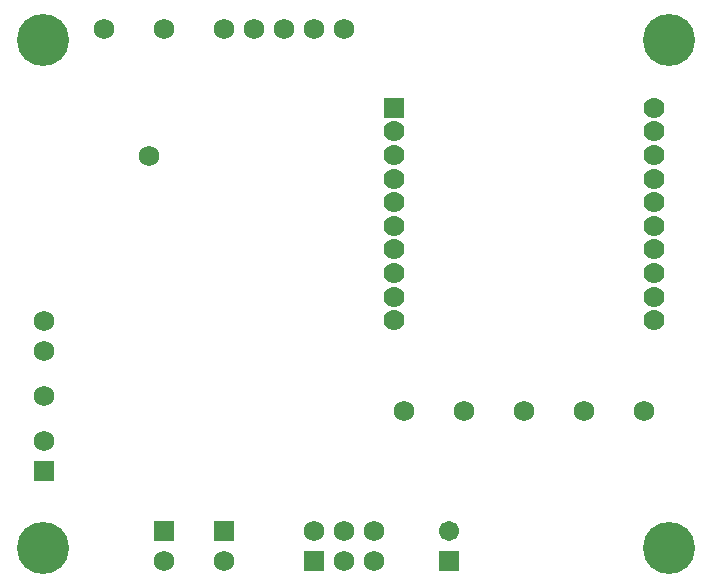
<source format=gbs>
G04 (created by PCBNEW-RS274X (2011-07-12 BZR 3047)-stable) date Sun 09 Oct 2011 14:53:21 BST*
G01*
G70*
G90*
%MOIN*%
G04 Gerber Fmt 3.4, Leading zero omitted, Abs format*
%FSLAX34Y34*%
G04 APERTURE LIST*
%ADD10C,0.006000*%
%ADD11C,0.068000*%
%ADD12C,0.173400*%
%ADD13R,0.068000X0.068000*%
%ADD14R,0.067100X0.067100*%
%ADD15C,0.067100*%
%ADD16C,0.070000*%
%ADD17R,0.070000X0.070000*%
G04 APERTURE END LIST*
G54D10*
G54D11*
X52000Y-45000D03*
X52000Y-42004D03*
X54000Y-31250D03*
X72000Y-44000D03*
X70000Y-44000D03*
X68000Y-44000D03*
X56000Y-31250D03*
X64000Y-44000D03*
X62000Y-31250D03*
X61000Y-31250D03*
X60000Y-31250D03*
X59000Y-31250D03*
X58000Y-31250D03*
X66000Y-44000D03*
G54D12*
X51969Y-31634D03*
X72835Y-31634D03*
X51969Y-48563D03*
X72835Y-48563D03*
G54D13*
X52000Y-46000D03*
G54D11*
X52000Y-41000D03*
G54D14*
X65500Y-49000D03*
G54D15*
X65500Y-48000D03*
G54D13*
X56000Y-48000D03*
G54D11*
X56000Y-49000D03*
G54D13*
X58000Y-48000D03*
G54D11*
X58000Y-49000D03*
G54D13*
X61000Y-49000D03*
G54D11*
X61000Y-48000D03*
X62000Y-49000D03*
X62000Y-48000D03*
X63000Y-49000D03*
X63000Y-48000D03*
G54D16*
X63663Y-34676D03*
X63663Y-35463D03*
X63663Y-36250D03*
X63663Y-37038D03*
X63663Y-37825D03*
X63663Y-38613D03*
X63663Y-39400D03*
X63663Y-40187D03*
X63663Y-40975D03*
X72324Y-40975D03*
X72324Y-40187D03*
X72324Y-39400D03*
X72324Y-38613D03*
X72324Y-37825D03*
X72324Y-37038D03*
X72324Y-36250D03*
X72324Y-35463D03*
X72324Y-34676D03*
X72324Y-33888D03*
G54D17*
X63663Y-33888D03*
G54D11*
X52000Y-43504D03*
X55500Y-35500D03*
M02*

</source>
